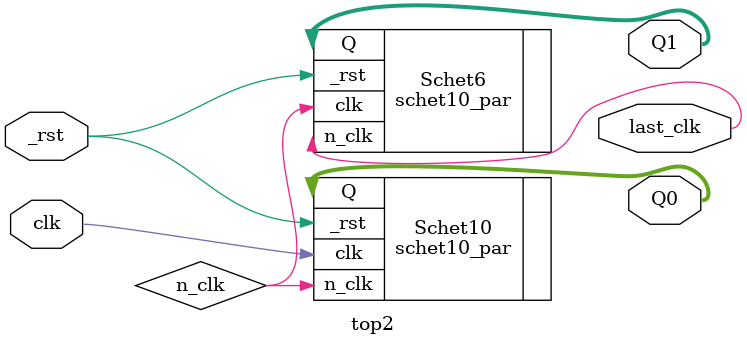
<source format=sv>
module top2 (clk, _rst, last_clk, Q1, Q0);

input logic clk, _rst;
output logic [3:0] Q1;
output logic [3:0] Q0;
logic n_clk;
output logic last_clk;

schet10_par #(.Schet(10)) Schet10 (.clk(clk), ._rst(_rst), .n_clk(n_clk), .Q(Q0));
schet10_par #(.Schet(6) ) Schet6 (.clk(n_clk), ._rst(_rst), .n_clk(last_clk), .Q(Q1));

endmodule


</source>
